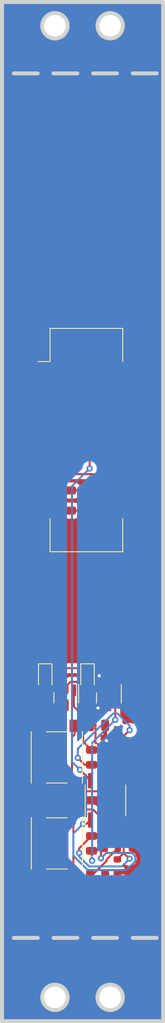
<source format=kicad_pcb>
(kicad_pcb (version 20221018) (generator pcbnew)
  (layers (0 "F.Cu" signal) (31 "B.Cu" signal) (34 "B.Paste" user) (35 "F.Paste" user) (36 "B.SilkS" user "B.Silkscreen") (37 "F.SilkS" user "F.Silkscreen") (38 "B.Mask" user) (39 "F.Mask" user) (44 "Edge.Cuts" user))
  (net 0 "")
  (net 1 "-12V")
  (net 2 "GND")
  (net 3 "+12V")
  (net 4 "+5V")
  (net 5 "CV")
  (net 6 "GATE")
  (net 7 "Net-(SW1-B)")
  (net 8 "Net-(SW1-A)")
  (net 9 "Net-(SW2-A)")
  (net 10 "Net-(R2-Pad2)")
  (net 11 "Net-(R4-Pad2)")
  (net 12 "Net-(SW2-B)")
  (net 13 "Net-(D1-A)")
  (net 14 "Net-(D2-A)")
  (net 15 "Net-(D1-K)")
  (net 16 "Net-(D2-K)")
  (net 17 "Net-(D3-K)")
  (net 18 "Net-(D3-A)")
  (net 19 "Net-(D4-A)")
  (footprint "kpm-jlcpcb-basic:LED_0805_2012Metric" (layer "F.Cu") (at 31.2928 115.2421 -90)
    (fp_text reference "D2" hide)
    (fp_text value "white" hide)
    (fp_line (start -1.651 -0.635) (end -1.651 0.635) (stroke (width 0.1)) (layer "F.SilkS"))
    (pad "1" smd roundrect (at -0.9375 0 270) (size 0.975 1.4) (layers "F.Cu" "F.Paste" "F.Mask") (net 16 "Net-(D2-K)"))
    (pad "2" smd roundrect (at 0.9375 0 270) (size 0.975 1.4) (layers "F.Cu" "F.Paste" "F.Mask") (net 14 "Net-(D2-A)"))
  )
  (footprint "kpm-jlcpcb-basic:R_0603_1608Metric" (layer "F.Cu") (at 33.782 114.7572 180)
    (fp_text reference "R6" hide)
    (fp_text value "1k" hide)
    (pad "1" smd roundrect (at -0.825 0 180) (size 0.8 0.95) (layers "F.Cu" "F.Paste" "F.Mask") (net 8 "Net-(SW1-A)"))
    (pad "2" smd roundrect (at 0.825 0 180) (size 0.8 0.95) (layers "F.Cu" "F.Paste" "F.Mask") (net 11 "Net-(R4-Pad2)"))
  )
  (footprint "kpm-jlcpcb-basic:SOIC-8_3.9x4.9mm_P1.27mm" (layer "F.Cu") (at 33.0454 120.6642)
    (fp_text reference "U1" hide)
    (fp_text value "TL072CDT")
    (fp_line (start -2.56 0) (end -2.56 -1.95) (stroke (width 0.12)) (layer "F.SilkS"))
    (fp_line (start -2.56 0) (end -2.56 3.45) (stroke (width 0.12)) (layer "F.SilkS"))
    (fp_line (start 2.56 0) (end 2.56 -1.95) (stroke (width 0.12)) (layer "F.SilkS"))
    (fp_line (start 2.56 0) (end 2.56 1.95) (stroke (width 0.12)) (layer "F.SilkS"))
    (pad "1" smd roundrect (at -1.905 2.475 90) (size 1.95 0.6) (layers "F.Cu" "F.Paste" "F.Mask") (net 10 "Net-(R2-Pad2)"))
    (pad "2" smd roundrect (at -0.635 2.475 90) (size 1.95 0.6) (layers "F.Cu" "F.Paste" "F.Mask") (net 12 "Net-(SW2-B)"))
    (pad "3" smd roundrect (at 0.635 2.475 90) (size 1.95 0.6) (layers "F.Cu" "F.Paste" "F.Mask") (net 13 "Net-(D1-A)"))
    (pad "4" smd roundrect (at 1.905 2.475 90) (size 1.95 0.6) (layers "F.Cu" "F.Paste" "F.Mask") (net 1 "-12V"))
    (pad "5" smd roundrect (at 1.905 -2.475 90) (size 1.95 0.6) (layers "F.Cu" "F.Paste" "F.Mask") (net 14 "Net-(D2-A)"))
    (pad "6" smd roundrect (at 0.635 -2.475 90) (size 1.95 0.6) (layers "F.Cu" "F.Paste" "F.Mask") (net 7 "Net-(SW1-B)"))
    (pad "7" smd roundrect (at -0.635 -2.475 90) (size 1.95 0.6) (layers "F.Cu" "F.Paste" "F.Mask") (net 11 "Net-(R4-Pad2)"))
    (pad "8" smd roundrect (at -1.905 -2.475 90) (size 1.95 0.6) (layers "F.Cu" "F.Paste" "F.Mask") (net 3 "+12V"))
  )
  (footprint "kpm-jlcpcb-basic:R_0603_1608Metric" (layer "F.Cu") (at 34.544 128.9304 90)
    (fp_text reference "R3" hide)
    (fp_text value "1k" hide)
    (pad "1" smd roundrect (at -0.825 0 90) (size 0.8 0.95) (layers "F.Cu" "F.Paste" "F.Mask") (net 2 "GND"))
    (pad "2" smd roundrect (at 0.825 0 90) (size 0.8 0.95) (layers "F.Cu" "F.Paste" "F.Mask") (net 13 "Net-(D1-A)"))
  )
  (footprint "kpm-jlcpcb-basic:R_0603_1608Metric" (layer "F.Cu") (at 25.654 108.1532 90)
    (fp_text reference "R7" hide)
    (fp_text value "1k" hide)
    (pad "1" smd roundrect (at -0.825 0 90) (size 0.8 0.95) (layers "F.Cu" "F.Paste" "F.Mask") (net 2 "GND"))
    (pad "2" smd roundrect (at 0.825 0 90) (size 0.8 0.95) (layers "F.Cu" "F.Paste" "F.Mask") (net 18 "Net-(D3-A)"))
  )
  (footprint "kpm-jlcpcb-basic:C_0805_2012Metric" (layer "F.Cu") (at 32.0548 130.1496)
    (fp_text reference "C1" hide)
    (fp_text value "1u" hide)
    (pad "1" smd roundrect (at -0.95 0) (size 1 1.45) (layers "F.Cu" "F.Paste" "F.Mask") (net 9 "Net-(SW2-A)"))
    (pad "2" smd roundrect (at 0.95 0) (size 1 1.45) (layers "F.Cu" "F.Paste" "F.Mask") (net 2 "GND"))
  )
  (footprint "kpm-jlcpcb-basic:LED_0805_2012Metric" (layer "F.Cu") (at 31.2928 126.0856 90)
    (fp_text reference "D1" hide)
    (fp_text value "white" hide)
    (fp_line (start -1.651 -0.635) (end -1.651 0.635) (stroke (width 0.1)) (layer "F.SilkS"))
    (pad "1" smd roundrect (at -0.9375 0 90) (size 0.975 1.4) (layers "F.Cu" "F.Paste" "F.Mask") (net 15 "Net-(D1-K)"))
    (pad "2" smd roundrect (at 0.9375 0 90) (size 0.975 1.4) (layers "F.Cu" "F.Paste" "F.Mask") (net 13 "Net-(D1-A)"))
  )
  (footprint "EuroRackTools:D_SOD-323" (layer "F.Cu") (at 25.4508 105.0544 -90)
    (fp_text reference "D3" hide)
    (fp_text value "1N4148WS" hide)
    (fp_line (start -1.61 -0.85) (end -1.61 0.85) (stroke (width 0.12)) (layer "F.SilkS"))
    (fp_line (start -1.61 -0.85) (end 1.05 -0.85) (stroke (width 0.12)) (layer "F.SilkS"))
    (fp_line (start -1.61 0.85) (end 1.05 0.85) (stroke (width 0.12)) (layer "F.SilkS"))
    (pad "1" smd roundrect (at -1.05 0 270) (size 0.6 0.45) (layers "F.Cu" "F.Paste" "F.Mask") (net 17 "Net-(D3-K)"))
    (pad "2" smd roundrect (at 1.05 0 270) (size 0.6 0.45) (layers "F.Cu" "F.Paste" "F.Mask") (net 18 "Net-(D3-A)"))
  )
  (footprint "EuroRackTools:SW_SPST_PTS645" (layer "F.Cu") (at 26.9092 115.2421 90)
    (fp_text reference "SW1" hide)
    (fp_text value "SW_SPST" hide)
    (fp_line (start -3.23 -3.23) (end 3.23 -3.23) (stroke (width 0.12)) (layer "F.SilkS"))
    (fp_line (start -3.23 -3.2) (end -3.23 -3.23) (stroke (width 0.12)) (layer "F.SilkS"))
    (fp_line (start -3.23 -1.3) (end -3.23 1.3) (stroke (width 0.12)) (layer "F.SilkS"))
    (fp_line (start -3.23 3.23) (end -3.23 3.2) (stroke (width 0.12)) (layer "F.SilkS"))
    (fp_line (start -3.23 3.23) (end 3.23 3.23) (stroke (width 0.12)) (layer "F.SilkS"))
    (fp_line (start 3.23 -3.23) (end 3.23 -3.2) (stroke (width 0.12)) (layer "F.SilkS"))
    (fp_line (start 3.23 -1.3) (end 3.23 1.3) (stroke (width 0.12)) (layer "F.SilkS"))
    (fp_line (start 3.23 3.23) (end 3.23 3.2) (stroke (width 0.12)) (layer "F.SilkS"))
    (pad "1" smd rect (at -3.98 -2.25 90) (size 1.55 1.3) (layers "F.Cu" "F.Paste" "F.Mask") (net 8 "Net-(SW1-A)"))
    (pad "1" smd rect (at 3.98 -2.25 90) (size 1.55 1.3) (layers "F.Cu" "F.Paste" "F.Mask") (net 8 "Net-(SW1-A)"))
    (pad "2" smd rect (at -3.98 2.25 90) (size 1.55 1.3) (layers "F.Cu" "F.Paste" "F.Mask") (net 7 "Net-(SW1-B)"))
    (pad "2" smd rect (at 3.98 2.25 90) (size 1.55 1.3) (layers "F.Cu" "F.Paste" "F.Mask") (net 7 "Net-(SW1-B)"))
  )
  (footprint "kpm-jlcpcb-basic:R_0603_1608Metric" (layer "F.Cu") (at 34.544 112.522 -90)
    (fp_text reference "R1" hide)
    (fp_text value "1k" hide)
    (pad "1" smd roundrect (at -0.825 0 270) (size 0.8 0.95) (layers "F.Cu" "F.Paste" "F.Mask") (net 2 "GND"))
    (pad "2" smd roundrect (at 0.825 0 270) (size 0.8 0.95) (layers "F.Cu" "F.Paste" "F.Mask") (net 14 "Net-(D2-A)"))
  )
  (footprint "kpm-jlcpcb-basic:SOT-23" (layer "F.Cu") (at 28.1076 107.7191 90)
    (fp_text reference "Q1" hide)
    (fp_text value "NPN S8050 J3Y" hide)
    (fp_line (start 0 -1.56) (end -0.65 -1.56) (stroke (width 0.12)) (layer "F.SilkS"))
    (fp_line (start 0 -1.56) (end 0.65 -1.56) (stroke (width 0.12)) (layer "F.SilkS"))
    (fp_line (start 0 1.56) (end -0.65 1.56) (stroke (width 0.12)) (layer "F.SilkS"))
    (fp_line (start 0 1.56) (end 1.675 1.56) (stroke (width 0.12)) (layer "F.SilkS"))
    (pad "1" smd roundrect (at 0.9375 0.95 270) (size 1.475 0.6) (layers "F.Cu" "F.Paste" "F.Mask") (net 16 "Net-(D2-K)"))
    (pad "2" smd roundrect (at 0.9375 -0.95 270) (size 1.475 0.6) (layers "F.Cu" "F.Paste" "F.Mask") (net 18 "Net-(D3-A)"))
    (pad "3" smd roundrect (at -0.9375 0 270) (size 1.475 0.6) (layers "F.Cu" "F.Paste" "F.Mask"))
  )
  (footprint "kpm-jlcpcb-basic:SOT-23" (layer "F.Cu") (at 33.4772 107.7468 90)
    (fp_text reference "Q2" hide)
    (fp_text value "NPN S8050 J3Y" hide)
    (fp_line (start 0 -1.56) (end -0.65 -1.56) (stroke (width 0.12)) (layer "F.SilkS"))
    (fp_line (start 0 -1.56) (end 0.65 -1.56) (stroke (width 0.12)) (layer "F.SilkS"))
    (fp_line (start 0 1.56) (end -0.65 1.56) (stroke (width 0.12)) (layer "F.SilkS"))
    (fp_line (start 0 1.56) (end 1.675 1.56) (stroke (width 0.12)) (layer "F.SilkS"))
    (pad "1" smd roundrect (at 0.9375 0.95 270) (size 1.475 0.6) (layers "F.Cu" "F.Paste" "F.Mask") (net 15 "Net-(D1-K)"))
    (pad "2" smd roundrect (at 0.9375 -0.95 270) (size 1.475 0.6) (layers "F.Cu" "F.Paste" "F.Mask") (net 19 "Net-(D4-A)"))
    (pad "3" smd roundrect (at -0.9375 0 270) (size 1.475 0.6) (layers "F.Cu" "F.Paste" "F.Mask"))
  )
  (footprint "EuroRackTools:SW_SPST_PTS645" (layer "F.Cu") (at 26.924 126.0856 90)
    (fp_text reference "SW2" hide)
    (fp_text value "SW_SPST" hide)
    (fp_line (start -3.23 -3.23) (end 3.23 -3.23) (stroke (width 0.12)) (layer "F.SilkS"))
    (fp_line (start -3.23 -3.2) (end -3.23 -3.23) (stroke (width 0.12)) (layer "F.SilkS"))
    (fp_line (start -3.23 -1.3) (end -3.23 1.3) (stroke (width 0.12)) (layer "F.SilkS"))
    (fp_line (start -3.23 3.23) (end -3.23 3.2) (stroke (width 0.12)) (layer "F.SilkS"))
    (fp_line (start -3.23 3.23) (end 3.23 3.23) (stroke (width 0.12)) (layer "F.SilkS"))
    (fp_line (start 3.23 -3.23) (end 3.23 -3.2) (stroke (width 0.12)) (layer "F.SilkS"))
    (fp_line (start 3.23 -1.3) (end 3.23 1.3) (stroke (width 0.12)) (layer "F.SilkS"))
    (fp_line (start 3.23 3.23) (end 3.23 3.2) (stroke (width 0.12)) (layer "F.SilkS"))
    (pad "1" smd rect (at -3.98 -2.25 90) (size 1.55 1.3) (layers "F.Cu" "F.Paste" "F.Mask") (net 9 "Net-(SW2-A)"))
    (pad "1" smd rect (at 3.98 -2.25 90) (size 1.55 1.3) (layers "F.Cu" "F.Paste" "F.Mask") (net 9 "Net-(SW2-A)"))
    (pad "2" smd rect (at -3.98 2.25 90) (size 1.55 1.3) (layers "F.Cu" "F.Paste" "F.Mask") (net 12 "Net-(SW2-B)"))
    (pad "2" smd rect (at 3.98 2.25 90) (size 1.55 1.3) (layers "F.Cu" "F.Paste" "F.Mask") (net 12 "Net-(SW2-B)"))
  )
  (footprint "kpm-jlcpcb-basic:R_0603_1608Metric" (layer "F.Cu") (at 30.988 108.1654 90)
    (fp_text reference "R8" hide)
    (fp_text value "1k" hide)
    (pad "1" smd roundrect (at -0.825 0 90) (size 0.8 0.95) (layers "F.Cu" "F.Paste" "F.Mask") (net 2 "GND"))
    (pad "2" smd roundrect (at 0.825 0 90) (size 0.8 0.95) (layers "F.Cu" "F.Paste" "F.Mask") (net 19 "Net-(D4-A)"))
  )
  (footprint "kpm-jlcpcb-basic:R_0603_1608Metric" (layer "F.Cu") (at 33.782 126.6952 180)
    (fp_text reference "R5" hide)
    (fp_text value "1k" hide)
    (pad "1" smd roundrect (at -0.825 0 180) (size 0.8 0.95) (layers "F.Cu" "F.Paste" "F.Mask") (net 9 "Net-(SW2-A)"))
    (pad "2" smd roundrect (at 0.825 0 180) (size 0.8 0.95) (layers "F.Cu" "F.Paste" "F.Mask") (net 10 "Net-(R2-Pad2)"))
  )
  (footprint "EuroRackTools:IDC-Header_2x08_P2.54mm_Vertical_SMD" (layer "F.Cu") (at 30.6424 75.2348 90)
    (fp_text reference "J1" hide)
    (fp_text value "EuroPower16" hide)
    (fp_line (start -14.08 -4.585) (end -14.08 4.585) (stroke (width 0.12)) (layer "F.SilkS"))
    (fp_line (start -14.08 4.585) (end -9.9 4.585) (stroke (width 0.12)) (layer "F.SilkS"))
    (fp_line (start -9.9 -4.585) (end -14.08 -4.585) (stroke (width 0.12)) (layer "F.SilkS"))
    (fp_line (start 9.9 -4.585) (end 9.9 -6.085) (stroke (width 0.12)) (layer "F.SilkS"))
    (fp_line (start 9.9 -4.585) (end 14.08 -4.585) (stroke (width 0.12)) (layer "F.SilkS"))
    (fp_line (start 14.08 -4.585) (end 14.08 4.585) (stroke (width 0.12)) (layer "F.SilkS"))
    (fp_line (start 14.08 4.585) (end 9.9 4.585) (stroke (width 0.12)) (layer "F.SilkS"))
    (pad "1" smd roundrect (at 8.89 -3.8) (size 5 1.02) (layers "F.Cu" "F.Paste" "F.Mask") (net 1 "-12V"))
    (pad "2" smd roundrect (at 8.89 3.8) (size 5 1.02) (layers "F.Cu" "F.Paste" "F.Mask") (net 1 "-12V"))
    (pad "3" smd roundrect (at 6.35 -3.8) (size 5 1.02) (layers "F.Cu" "F.Paste" "F.Mask") (net 2 "GND"))
    (pad "4" smd roundrect (at 6.35 3.8) (size 5 1.02) (layers "F.Cu" "F.Paste" "F.Mask") (net 2 "GND"))
    (pad "5" smd roundrect (at 3.81 -3.8) (size 5 1.02) (layers "F.Cu" "F.Paste" "F.Mask") (net 2 "GND"))
    (pad "6" smd roundrect (at 3.81 3.8) (size 5 1.02) (layers "F.Cu" "F.Paste" "F.Mask") (net 2 "GND"))
    (pad "7" smd roundrect (at 1.27 -3.8) (size 5 1.02) (layers "F.Cu" "F.Paste" "F.Mask") (net 2 "GND"))
    (pad "8" smd roundrect (at 1.27 3.8) (size 5 1.02) (layers "F.Cu" "F.Paste" "F.Mask") (net 2 "GND"))
    (pad "9" smd roundrect (at -1.27 -3.8) (size 5 1.02) (layers "F.Cu" "F.Paste" "F.Mask") (net 3 "+12V"))
    (pad "10" smd roundrect (at -1.27 3.8) (size 5 1.02) (layers "F.Cu" "F.Paste" "F.Mask") (net 3 "+12V"))
    (pad "11" smd roundrect (at -3.81 -3.8) (size 5 1.02) (layers "F.Cu" "F.Paste" "F.Mask") (net 4 "+5V"))
    (pad "12" smd roundrect (at -3.81 3.8) (size 5 1.02) (layers "F.Cu" "F.Paste" "F.Mask") (net 4 "+5V"))
    (pad "13" smd roundrect (at -6.35 -3.8) (size 5 1.02) (layers "F.Cu" "F.Paste" "F.Mask") (net 5 "CV"))
    (pad "14" smd roundrect (at -6.35 3.8) (size 5 1.02) (layers "F.Cu" "F.Paste" "F.Mask") (net 5 "CV"))
    (pad "15" smd roundrect (at -8.89 -3.8) (size 5 1.02) (layers "F.Cu" "F.Paste" "F.Mask") (net 6 "GATE"))
    (pad "16" smd roundrect (at -8.89 3.8) (size 5 1.02) (layers "F.Cu" "F.Paste" "F.Mask") (net 6 "GATE"))
  )
  (footprint "kpm-jlcpcb-basic:C_0805_2012Metric" (layer "F.Cu") (at 32.0548 111.2012)
    (fp_text reference "C2" hide)
    (fp_text value "1u" hide)
    (pad "1" smd roundrect (at -0.95 0) (size 1 1.45) (layers "F.Cu" "F.Paste" "F.Mask") (net 8 "Net-(SW1-A)"))
    (pad "2" smd roundrect (at 0.95 0) (size 1 1.45) (layers "F.Cu" "F.Paste" "F.Mask") (net 2 "GND"))
  )
  (footprint "kpm-jlcpcb-basic:R_0603_1608Metric" (layer "F.Cu") (at 33.782 116.2304 180)
    (fp_text reference "R4" hide)
    (fp_text value "1k" hide)
    (pad "1" smd roundrect (at -0.825 0 180) (size 0.8 0.95) (layers "F.Cu" "F.Paste" "F.Mask") (net 14 "Net-(D2-A)"))
    (pad "2" smd roundrect (at 0.825 0 180) (size 0.8 0.95) (layers "F.Cu" "F.Paste" "F.Mask") (net 11 "Net-(R4-Pad2)"))
  )
  (footprint "kpm-jlcpcb-basic:R_0603_1608Metric" (layer "F.Cu") (at 33.782 125.1712 180)
    (fp_text reference "R2" hide)
    (fp_text value "1k" hide)
    (pad "1" smd roundrect (at -0.825 0 180) (size 0.8 0.95) (layers "F.Cu" "F.Paste" "F.Mask") (net 13 "Net-(D1-A)"))
    (pad "2" smd roundrect (at 0.825 0 180) (size 0.8 0.95) (layers "F.Cu" "F.Paste" "F.Mask") (net 10 "Net-(R2-Pad2)"))
  )
  (footprint "EuroRackTools:D_SOD-323" (layer "F.Cu") (at 30.7848 105.0544 -90)
    (fp_text reference "D4" hide)
    (fp_text value "1N4148WS" hide)
    (fp_line (start -1.61 -0.85) (end -1.61 0.85) (stroke (width 0.12)) (layer "F.SilkS"))
    (fp_line (start -1.61 -0.85) (end 1.05 -0.85) (stroke (width 0.12)) (layer "F.SilkS"))
    (fp_line (start -1.61 0.85) (end 1.05 0.85) (stroke (width 0.12)) (layer "F.SilkS"))
    (pad "1" smd roundrect (at -1.05 0 270) (size 0.6 0.45) (layers "F.Cu" "F.Paste" "F.Mask") (net 17 "Net-(D3-K)"))
    (pad "2" smd roundrect (at 1.05 0 270) (size 0.6 0.45) (layers "F.Cu" "F.Paste" "F.Mask") (net 19 "Net-(D4-A)"))
  )
  (gr_line (start 26.5 29) (end 29.5 29) (stroke (width 0.5)) (layer "Edge.Cuts"))
  (gr_line (start 31.5 29) (end 34.5 29) (stroke (width 0.5)) (layer "Edge.Cuts"))
  (gr_line (start 36.5 29) (end 39.5 29) (stroke (width 0.5)) (layer "Edge.Cuts"))
  (gr_line (start 21.5 29) (end 24.5 29) (stroke (width 0.5)) (layer "Edge.Cuts"))
  (gr_line (start 36.5 138) (end 39.5 138) (stroke (width 0.5)) (layer "Edge.Cuts"))
  (gr_rect (start 20 20) (end 40.32 148.5) (stroke (width 0.5)) (fill none) (layer "Edge.Cuts"))
  (gr_line (start 31.5 138) (end 34.5 138) (stroke (width 0.5)) (layer "Edge.Cuts"))
  (gr_line (start 26.5 138) (end 29.5 138) (stroke (width 0.5)) (layer "Edge.Cuts"))
  (gr_circle (center 33.64 23) (end 33.64 24.6) (stroke (width 0.5)) (fill none) (layer "Edge.Cuts"))
  (gr_line (start 21.5 138) (end 24.5 138) (stroke (width 0.5)) (layer "Edge.Cuts"))
  (gr_circle (center 33.64 145.5) (end 33.64 147.1) (stroke (width 0.5)) (fill none) (layer "Edge.Cuts"))
  (gr_circle (center 26.68 145.5) (end 26.68 147.1) (stroke (width 0.5)) (fill none) (layer "Edge.Cuts"))
  (gr_circle (center 26.68 23) (end 26.68 24.6) (stroke (width 0.5)) (fill none) (layer "Edge.Cuts"))
  (segment (start 26.8424 66.3448) (end 34.4424 66.3448) (width 0.25) (layer "F.Cu") (net 1))
  (segment (start 37.2834 120.8062) (end 34.9504 123.1392) (width 0.25) (layer "F.Cu") (net 1))
  (segment (start 37.2834 68.3449) (end 37.2834 120.8062) (width 0.25) (layer "F.Cu") (net 1))
  (segment (start 35.2833 66.3448) (end 37.2834 68.3449) (width 0.25) (layer "F.Cu") (net 1))
  (segment (start 34.4424 66.3448) (end 35.2833 66.3448) (width 0.25) (layer "F.Cu") (net 1))
  (via (at 33.1724 113.1316) (size 0.8) (drill 0.4) (layers "F.Cu" "B.Cu") (net 2))
  (via (at 32.258 104.9528) (size 0.8) (drill 0.4) (layers "F.Cu" "B.Cu") (net 2))
  (via (at 32.1056 109.0168) (size 0.8) (drill 0.4) (layers "F.Cu" "B.Cu") (net 2))
  (segment (start 26.8424 76.5048) (end 31.0508 76.5048) (width 0.25) (layer "F.Cu") (net 3))
  (segment (start 31.0508 76.5048) (end 34.4424 76.5048) (width 0.25) (layer "F.Cu") (net 3))
  (segment (start 31.1404 118.1146) (end 31.1404 118.1892) (width 0.25) (layer "F.Cu") (net 3))
  (segment (start 31.0508 76.5048) (end 31.0508 78.8123) (width 0.25) (layer "F.Cu") (net 3))
  (segment (start 29.8316 116.8058) (end 31.1404 118.1146) (width 0.25) (layer "F.Cu") (net 3))
  (via (at 31.0508 78.8123) (size 0.8) (drill 0.4) (layers "F.Cu" "B.Cu") (net 3))
  (via (at 29.8316 116.8058) (size 0.8) (drill 0.4) (layers "F.Cu" "B.Cu") (net 3))
  (segment (start 28.8295 81.0336) (end 28.8295 115.8037) (width 0.25) (layer "B.Cu") (net 3))
  (segment (start 31.0508 78.8123) (end 28.8295 81.0336) (width 0.25) (layer "B.Cu") (net 3))
  (segment (start 28.8295 115.8037) (end 29.8316 116.8058) (width 0.25) (layer "B.Cu") (net 3))
  (segment (start 27.335 79.5374) (end 33.9498 79.5374) (width 0.25) (layer "F.Cu") (net 4))
  (segment (start 33.9498 79.5374) (end 34.4424 79.0448) (width 0.25) (layer "F.Cu") (net 4))
  (segment (start 26.8424 79.0448) (end 27.335 79.5374) (width 0.25) (layer "F.Cu") (net 4))
  (segment (start 26.8424 81.5848) (end 34.4424 81.5848) (width 0.25) (layer "F.Cu") (net 5))
  (segment (start 26.8424 84.1248) (end 34.4424 84.1248) (width 0.25) (layer "F.Cu") (net 6))
  (segment (start 29.1592 112.3622) (end 28.8296 112.6918) (width 0.25) (layer "F.Cu") (net 7))
  (segment (start 32.7669 119.5137) (end 30.4259 119.5137) (width 0.25) (layer "F.Cu") (net 7))
  (segment (start 29.1592 111.2621) (end 29.1592 112.3622) (width 0.25) (layer "F.Cu") (net 7))
  (segment (start 30.4259 119.5137) (end 30.1343 119.2221) (width 0.25) (layer "F.Cu") (net 7))
  (segment (start 29.1592 119.2221) (end 30.1343 119.2221) (width 0.25) (layer "F.Cu") (net 7))
  (segment (start 29.1592 119.2221) (end 29.1592 118.122) (width 0.25) (layer "F.Cu") (net 7))
  (segment (start 33.6804 118.1892) (end 33.6804 118.6002) (width 0.25) (layer "F.Cu") (net 7))
  (segment (start 28.8296 112.6918) (end 28.8296 117.7924) (width 0.25) (layer "F.Cu") (net 7))
  (segment (start 28.8296 117.7924) (end 29.1592 118.122) (width 0.25) (layer "F.Cu") (net 7))
  (segment (start 33.6804 118.6002) (end 32.7669 119.5137) (width 0.25) (layer "F.Cu") (net 7))
  (segment (start 32.3178 113.825266) (end 31.984634 113.4921) (width 0.25) (layer "F.Cu") (net 8))
  (segment (start 30.5758 108.1654) (end 29.8854 107.475) (width 0.25) (layer "F.Cu") (net 8))
  (segment (start 33.374462 113.9572) (end 32.539538 113.9572) (width 0.25) (layer "F.Cu") (net 8))
  (segment (start 32.8522 108.1654) (end 30.5758 108.1654) (width 0.25) (layer "F.Cu") (net 8))
  (segment (start 31.7891 110.7049) (end 32.8522 109.6418) (width 0.25) (layer "F.Cu") (net 8))
  (segment (start 28.2669 107.0847) (end 26.9459 108.4057) (width 0.25) (layer "F.Cu") (net 8))
  (segment (start 31.7891 113.4921) (end 31.7891 111.2012) (width 0.25) (layer "F.Cu") (net 8))
  (segment (start 29.8854 107.475) (end 29.8854 106.183) (width 0.25) (layer "F.Cu") (net 8))
  (segment (start 26.9459 108.4057) (end 26.9459 109.9505) (width 0.25) (layer "F.Cu") (net 8))
  (segment (start 25.6343 111.2621) (end 24.6592 111.2621) (width 0.25) (layer "F.Cu") (net 8))
  (segment (start 34.607 114.7572) (end 33.682 114.7572) (width 0.25) (layer "F.Cu") (net 8))
  (segment (start 28.2669 106.0893) (end 28.2669 107.0847) (width 0.25) (layer "F.Cu") (net 8))
  (segment (start 33.682 114.7572) (end 33.682 114.264738) (width 0.25) (layer "F.Cu") (net 8))
  (segment (start 32.354369 114.142369) (end 32.3178 114.1058) (width 0.25) (layer "F.Cu") (net 8))
  (segment (start 28.6408 105.7154) (end 28.2669 106.0893) (width 0.25) (layer "F.Cu") (net 8))
  (segment (start 29.4178 105.7154) (end 28.6408 105.7154) (width 0.25) (layer "F.Cu") (net 8))
  (segment (start 31.7891 111.2012) (end 31.1048 111.2012) (width 0.25) (layer "F.Cu") (net 8))
  (segment (start 29.8854 106.183) (end 29.4178 105.7154) (width 0.25) (layer "F.Cu") (net 8))
  (segment (start 31.7891 111.2012) (end 31.7891 110.7049) (width 0.25) (layer "F.Cu") (net 8))
  (segment (start 32.3178 114.1058) (end 32.3178 113.825266) (width 0.25) (layer "F.Cu") (net 8))
  (segment (start 31.984634 113.4921) (end 31.7891 113.4921) (width 0.25) (layer "F.Cu") (net 8))
  (segment (start 32.8522 109.6418) (end 32.8522 108.1654) (width 0.25) (layer "F.Cu") (net 8))
  (segment (start 24.6592 119.2221) (end 24.6592 111.2621) (width 0.25) (layer "F.Cu") (net 8))
  (segment (start 32.539538 113.9572) (end 32.354369 114.142369) (width 0.25) (layer "F.Cu") (net 8))
  (segment (start 26.9459 109.9505) (end 25.6343 111.2621) (width 0.25) (layer "F.Cu") (net 8))
  (segment (start 33.682 114.264738) (end 33.374462 113.9572) (width 0.25) (layer "F.Cu") (net 8))
  (segment (start 31.319 130.1496) (end 33.2039 128.2647) (width 0.25) (layer "F.Cu") (net 9))
  (segment (start 25.6491 130.0656) (end 26.8051 131.2216) (width 0.25) (layer "F.Cu") (net 9))
  (segment (start 33.2039 128.2647) (end 33.2039 128.0983) (width 0.25) (layer "F.Cu") (net 9))
  (segment (start 31.1048 130.1496) (end 31.319 130.1496) (width 0.25) (layer "F.Cu") (net 9))
  (segment (start 33.2039 128.0983) (end 34.607 126.6952) (width 0.25) (layer "F.Cu") (net 9))
  (segment (start 30.0328 131.2216) (end 31.1048 130.1496) (width 0.25) (layer "F.Cu") (net 9))
  (segment (start 24.674 130.0656) (end 24.674 122.1056) (width 0.25) (layer "F.Cu") (net 9))
  (segment (start 26.8051 131.2216) (end 30.0328 131.2216) (width 0.25) (layer "F.Cu") (net 9))
  (segment (start 24.674 130.0656) (end 25.6491 130.0656) (width 0.25) (layer "F.Cu") (net 9))
  (segment (start 30.6528 123.6268) (end 31.1404 123.1392) (width 0.25) (layer "F.Cu") (net 10))
  (segment (start 32.957 126.6952) (end 32.4788 127.1734) (width 0.25) (layer "F.Cu") (net 10))
  (segment (start 32.4788 127.1734) (end 32.4788 127.9643) (width 0.25) (layer "F.Cu") (net 10))
  (segment (start 32.957 126.6952) (end 32.957 125.1712) (width 0.25) (layer "F.Cu") (net 10))
  (segment (start 30.2172 123.6268) (end 30.6528 123.6268) (width 0.25) (layer "F.Cu") (net 10))
  (via (at 32.4788 127.9643) (size 0.8) (drill 0.4) (layers "F.Cu" "B.Cu") (net 10))
  (via (at 30.2172 123.6268) (size 0.8) (drill 0.4) (layers "F.Cu" "B.Cu") (net 10))
  (segment (start 29.0004 124.8436) (end 30.2172 123.6268) (width 0.25) (layer "B.Cu") (net 10))
  (segment (start 29.0004 127.6462) (end 29.0004 124.8436) (width 0.25) (layer "B.Cu") (net 10))
  (segment (start 36.8186 128.3185) (end 35.6842 129.4529) (width 0.25) (layer "B.Cu") (net 10))
  (segment (start 30.8071 129.4529) (end 29.0004 127.6462) (width 0.25) (layer "B.Cu") (net 10))
  (segment (start 35.6842 129.4529) (end 30.8071 129.4529) (width 0.25) (layer "B.Cu") (net 10))
  (segment (start 36.8186 127.71) (end 36.8186 128.3185) (width 0.25) (layer "B.Cu") (net 10))
  (segment (start 36.3939 127.2853) (end 36.8186 127.71) (width 0.25) (layer "B.Cu") (net 10))
  (segment (start 33.1578 127.2853) (end 36.3939 127.2853) (width 0.25) (layer "B.Cu") (net 10))
  (segment (start 32.4788 127.9643) (end 33.1578 127.2853) (width 0.25) (layer "B.Cu") (net 10))
  (segment (start 32.957 116.2304) (end 32.957 117.6426) (width 0.25) (layer "F.Cu") (net 11))
  (segment (start 32.957 117.6426) (end 32.4104 118.1892) (width 0.25) (layer "F.Cu") (net 11))
  (segment (start 32.957 114.7572) (end 32.957 116.2304) (width 0.25) (layer "F.Cu") (net 11))
  (segment (start 29.174 122.1056) (end 29.174 123.2057) (width 0.25) (layer "F.Cu") (net 12))
  (segment (start 29.174 122.1056) (end 30.1491 122.1056) (width 0.25) (layer "F.Cu") (net 12))
  (segment (start 29.0045 128.796) (end 29.174 128.9655) (width 0.25) (layer "F.Cu") (net 12))
  (segment (start 32.4104 123.1392) (end 32.4104 122.739) (width 0.25) (layer "F.Cu") (net 12))
  (segment (start 31.4823 121.8109) (end 30.4438 121.8109) (width 0.25) (layer "F.Cu") (net 12))
  (segment (start 32.4104 122.739) (end 31.4823 121.8109) (width 0.25) (layer "F.Cu") (net 12))
  (segment (start 29.0045 123.3752) (end 29.0045 128.796) (width 0.25) (layer "F.Cu") (net 12))
  (segment (start 30.4438 121.8109) (end 30.1491 122.1056) (width 0.25) (layer "F.Cu") (net 12))
  (segment (start 29.174 123.2057) (end 29.0045 123.3752) (width 0.25) (layer "F.Cu") (net 12))
  (segment (start 29.174 130.0656) (end 29.174 128.9655) (width 0.25) (layer "F.Cu") (net 12))
  (segment (start 29.7296 126.7113) (end 29.7296 127.2793) (width 0.25) (layer "F.Cu") (net 13))
  (segment (start 36.0934 128.0105) (end 36.0531 128.0105) (width 0.25) (layer "F.Cu") (net 13))
  (segment (start 36.0531 128.0105) (end 35.346 127.3034) (width 0.25) (layer "F.Cu") (net 13))
  (segment (start 33.6804 124.2446) (end 34.607 125.1712) (width 0.25) (layer "F.Cu") (net 13))
  (segment (start 34.607 125.1712) (end 35.346 125.9102) (width 0.25) (layer "F.Cu") (net 13))
  (segment (start 35.346 125.9102) (end 35.346 127.3034) (width 0.25) (layer "F.Cu") (net 13))
  (segment (start 35.346 127.3034) (end 34.544 128.1054) (width 0.25) (layer "F.Cu") (net 13))
  (segment (start 31.2928 125.1481) (end 29.7296 126.7113) (width 0.25) (layer "F.Cu") (net 13))
  (segment (start 33.6804 123.1392) (end 33.6804 124.2446) (width 0.25) (layer "F.Cu") (net 13))
  (via (at 29.7296 127.2793) (size 0.8) (drill 0.4) (layers "F.Cu" "B.Cu") (net 13))
  (via (at 36.0934 128.0105) (size 0.8) (drill 0.4) (layers "F.Cu" "B.Cu") (net 13))
  (segment (start 35.1145 128.9894) (end 36.0934 128.0105) (width 0.25) (layer "B.Cu") (net 13))
  (segment (start 29.7296 127.7388) (end 30.9802 128.9894) (width 0.25) (layer "B.Cu") (net 13))
  (segment (start 30.9802 128.9894) (end 35.1145 128.9894) (width 0.25) (layer "B.Cu") (net 13))
  (segment (start 29.7296 127.2793) (end 29.7296 127.7388) (width 0.25) (layer "B.Cu") (net 13))
  (segment (start 34.9504 116.5738) (end 34.9504 118.1892) (width 0.25) (layer "F.Cu") (net 14))
  (segment (start 34.5453 113.3483) (end 34.544 113.347) (width 0.25) (layer "F.Cu") (net 14))
  (segment (start 36.0891 111.8045) (end 34.5453 113.3483) (width 0.25) (layer "F.Cu") (net 14))
  (segment (start 30.4333 116.1796) (end 29.5547 115.301) (width 0.25) (layer "F.Cu") (net 14))
  (segment (start 35.3581 114.1611) (end 34.5453 113.3483) (width 0.25) (layer "F.Cu") (net 14))
  (segment (start 35.3581 115.4793) (end 35.3581 114.1611) (width 0.25) (layer "F.Cu") (net 14))
  (segment (start 34.607 116.2304) (end 35.3581 115.4793) (width 0.25) (layer "F.Cu") (net 14))
  (segment (start 31.2928 116.1796) (end 30.4333 116.1796) (width 0.25) (layer "F.Cu") (net 14))
  (segment (start 34.607 116.2304) (end 34.9504 116.5738) (width 0.25) (layer "F.Cu") (net 14))
  (via (at 29.5547 115.301) (size 0.8) (drill 0.4) (layers "F.Cu" "B.Cu") (net 14))
  (via (at 36.0891 111.8045) (size 0.8) (drill 0.4) (layers "F.Cu" "B.Cu") (net 14))
  (segment (start 29.5547 115.301) (end 29.5547 114.1659) (width 0.25) (layer "B.Cu") (net 14))
  (segment (start 34.5906 109.7185) (end 36.0891 111.217) (width 0.25) (layer "B.Cu") (net 14))
  (segment (start 34.0021 109.7185) (end 34.5906 109.7185) (width 0.25) (layer "B.Cu") (net 14))
  (segment (start 29.5547 114.1659) (end 34.0021 109.7185) (width 0.25) (layer "B.Cu") (net 14))
  (segment (start 36.0891 111.217) (end 36.0891 111.8045) (width 0.25) (layer "B.Cu") (net 14))
  (segment (start 31.2928 128.1894) (end 31.2928 127.0231) (width 0.25) (layer "F.Cu") (net 15))
  (segment (start 34.2829 106.9536) (end 34.2829 110.4971) (width 0.25) (layer "F.Cu") (net 15))
  (segment (start 31.3676 128.2642) (end 31.2928 128.1894) (width 0.25) (layer "F.Cu") (net 15))
  (segment (start 34.4272 106.8093) (end 34.2829 106.9536) (width 0.25) (layer "F.Cu") (net 15))
  (via (at 31.3676 128.2642) (size 0.8) (drill 0.4) (layers "F.Cu" "B.Cu") (net 15))
  (via (at 34.2829 110.4971) (size 0.8) (drill 0.4) (layers "F.Cu" "B.Cu") (net 15))
  (segment (start 31.3676 113.4124) (end 31.3676 128.2642) (width 0.25) (layer "B.Cu") (net 15))
  (segment (start 34.2829 110.4971) (end 31.3676 113.4124) (width 0.25) (layer "B.Cu") (net 15))
  (segment (start 31.2928 114.3046) (end 30.2382 113.25) (width 0.25) (layer "F.Cu") (net 16))
  (segment (start 30.2382 110.0163) (end 29.0576 108.8357) (width 0.25) (layer "F.Cu") (net 16))
  (segment (start 30.2382 113.25) (end 30.2382 110.0163) (width 0.25) (layer "F.Cu") (net 16))
  (segment (start 29.0576 108.8357) (end 29.0576 106.7816) (width 0.25) (layer "F.Cu") (net 16))
  (segment (start 25.4508 104.0044) (end 30.7848 104.0044) (width 0.25) (layer "F.Cu") (net 17))
  (segment (start 25.654 106.3076) (end 25.654 106.7816) (width 0.25) (layer "F.Cu") (net 18))
  (segment (start 27.1576 106.7816) (end 25.654 106.7816) (width 0.25) (layer "F.Cu") (net 18))
  (segment (start 25.654 106.7816) (end 25.654 107.3282) (width 0.25) (layer "F.Cu") (net 18))
  (segment (start 25.4508 106.1044) (end 25.654 106.3076) (width 0.25) (layer "F.Cu") (net 18))
  (segment (start 30.988 106.8093) (end 30.988 107.3404) (width 0.25) (layer "F.Cu") (net 19))
  (segment (start 30.7848 106.1044) (end 30.988 106.3076) (width 0.25) (layer "F.Cu") (net 19))
  (segment (start 32.5272 106.8093) (end 30.988 106.8093) (width 0.25) (layer "F.Cu") (net 19))
  (segment (start 30.988 106.3076) (end 30.988 106.8093) (width 0.25) (layer "F.Cu") (net 19))
  (zone (net 2) (net_name "GND") (layer "F.Cu") (connect_pads (clearance 0.5)) (min_thickness 0.25) (fill yes (thermal_gap 0.5) (thermal_bridge_width 0.5))
    (polygon (pts (xy 20 20) (xy 40.32 20) (xy 40.32 148.5) (xy 20 148.5)))
  )
  (zone (net 2) (net_name "GND") (layer "B.Cu") (connect_pads (clearance 0.5)) (min_thickness 0.25) (fill yes (thermal_gap 0.5) (thermal_bridge_width 0.5))
    (polygon (pts (xy 20 20) (xy 40.32 20) (xy 40.32 148.5) (xy 20 148.5)))
  )
)
</source>
